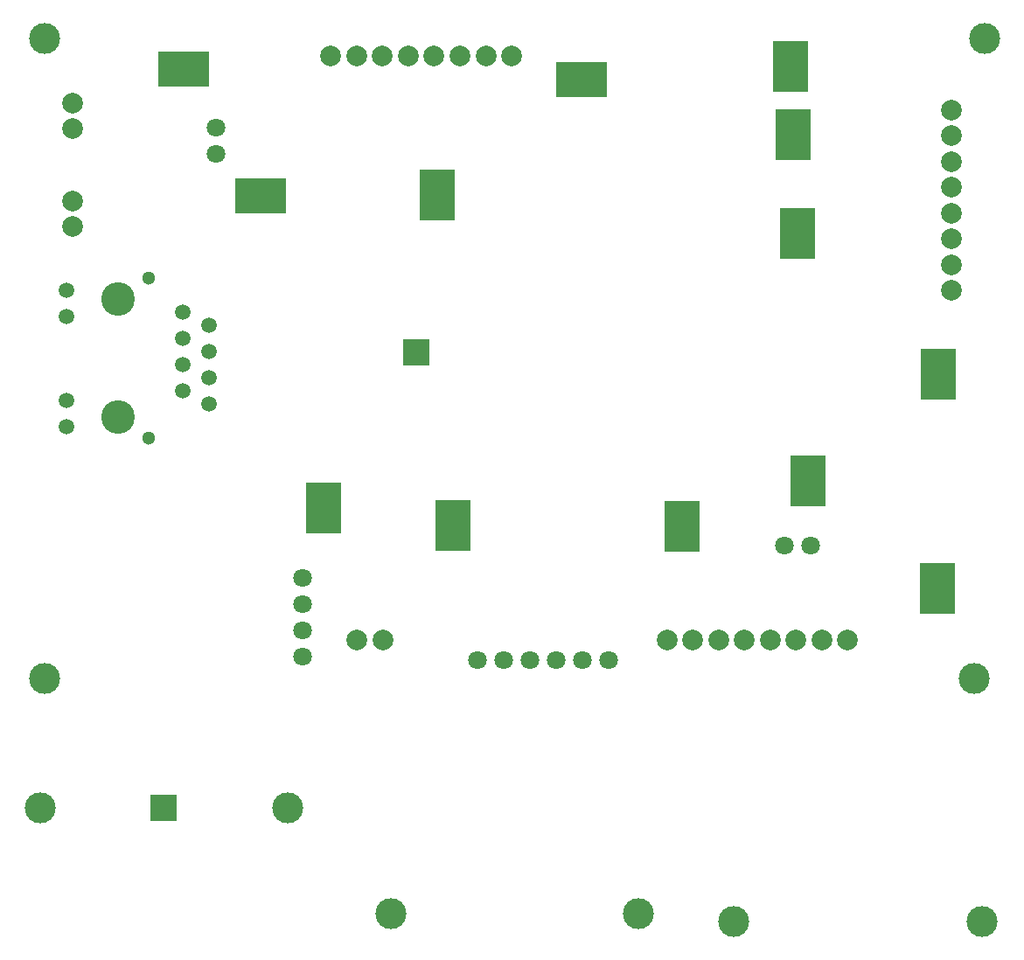
<source format=gbs>
G04 #@! TF.FileFunction,Soldermask,Bot*
%FSLAX46Y46*%
G04 Gerber Fmt 4.6, Leading zero omitted, Abs format (unit mm)*
G04 Created by KiCad (PCBNEW 4.0.6-e0-6349~53~ubuntu16.04.1) date Sat Aug  5 15:09:54 2017*
%MOMM*%
%LPD*%
G01*
G04 APERTURE LIST*
%ADD10C,0.150000*%
%ADD11C,2.000000*%
%ADD12C,3.000000*%
%ADD13C,1.800000*%
%ADD14R,2.499360X2.499360*%
%ADD15C,1.500000*%
%ADD16C,3.250000*%
%ADD17C,1.300000*%
%ADD18R,3.000000X3.000000*%
%ADD19C,0.300000*%
%ADD20R,3.400000X5.000000*%
%ADD21R,5.000000X3.400000*%
G04 APERTURE END LIST*
D10*
D11*
X128725000Y-60725000D03*
X131225000Y-60725000D03*
X121225000Y-60725000D03*
X118725000Y-60725000D03*
X123725000Y-60725000D03*
X126225000Y-60725000D03*
X136225000Y-60725000D03*
X133725000Y-60725000D03*
D12*
X91000000Y-121000000D03*
X91000000Y-59000000D03*
X181000000Y-121000000D03*
X182000000Y-59000000D03*
D13*
X143089680Y-119200000D03*
X145629680Y-119200000D03*
X132950000Y-119200000D03*
X135490000Y-119200000D03*
X140559840Y-119200000D03*
X138019840Y-119200000D03*
D11*
X178800000Y-75950000D03*
X178800000Y-78450000D03*
X178800000Y-68450000D03*
X178800000Y-65950000D03*
X178800000Y-70950000D03*
X178800000Y-73450000D03*
X178800000Y-83450000D03*
X178800000Y-80950000D03*
X158750000Y-117300000D03*
X156250000Y-117300000D03*
X166250000Y-117300000D03*
X168750000Y-117300000D03*
X163750000Y-117300000D03*
X161250000Y-117300000D03*
X151250000Y-117300000D03*
X153750000Y-117300000D03*
D14*
X127010000Y-89430000D03*
D15*
X93100000Y-83375000D03*
X93100000Y-85915000D03*
X93100000Y-94085000D03*
X93100000Y-96625000D03*
X104350000Y-85560000D03*
X104350000Y-90630000D03*
X104350000Y-88100000D03*
X104350000Y-93170000D03*
X106890000Y-86820000D03*
X106890000Y-91900000D03*
X106890000Y-89360000D03*
D16*
X98132080Y-95715000D03*
X98132080Y-84285000D03*
D17*
X101050000Y-82255000D03*
X101050000Y-97745000D03*
D15*
X106890000Y-94440000D03*
D13*
X116000000Y-118850000D03*
X116000000Y-116310000D03*
X116000000Y-111240160D03*
X116000000Y-113780160D03*
X107575000Y-70234840D03*
X107575000Y-67694840D03*
D11*
X93700000Y-77250000D03*
X93700000Y-74750000D03*
X93700000Y-67750000D03*
X93700000Y-65250000D03*
X123750000Y-117300000D03*
X121250000Y-117300000D03*
D13*
X165209840Y-108100000D03*
X162669840Y-108100000D03*
D14*
X102550000Y-133550000D03*
D12*
X114550000Y-133550000D03*
X90550000Y-133550000D03*
X124500000Y-143800000D03*
X148500000Y-143800000D03*
X157750000Y-144550000D03*
X181750000Y-144550000D03*
D18*
X118000000Y-104500000D03*
D19*
X118000000Y-102300000D03*
X119100000Y-102300000D03*
X116900000Y-102300000D03*
X116900000Y-106700000D03*
X119100000Y-106700000D03*
X118000000Y-106700000D03*
X118000000Y-105600000D03*
X119100000Y-105600000D03*
X116900000Y-105600000D03*
X116900000Y-103400000D03*
X119100000Y-103400000D03*
X118000000Y-103400000D03*
D20*
X118000000Y-104500000D03*
D19*
X118000000Y-104500000D03*
X119100000Y-104500000D03*
X116900000Y-104500000D03*
D18*
X130525000Y-106175000D03*
D19*
X130525000Y-103975000D03*
X131625000Y-103975000D03*
X129425000Y-103975000D03*
X129425000Y-108375000D03*
X131625000Y-108375000D03*
X130525000Y-108375000D03*
X130525000Y-107275000D03*
X131625000Y-107275000D03*
X129425000Y-107275000D03*
X129425000Y-105075000D03*
X131625000Y-105075000D03*
X130525000Y-105075000D03*
D20*
X130525000Y-106175000D03*
D19*
X130525000Y-106175000D03*
X131625000Y-106175000D03*
X129425000Y-106175000D03*
D18*
X152750000Y-106270000D03*
D19*
X152750000Y-104070000D03*
X153850000Y-104070000D03*
X151650000Y-104070000D03*
X151650000Y-108470000D03*
X153850000Y-108470000D03*
X152750000Y-108470000D03*
X152750000Y-107370000D03*
X153850000Y-107370000D03*
X151650000Y-107370000D03*
X151650000Y-105170000D03*
X153850000Y-105170000D03*
X152750000Y-105170000D03*
D20*
X152750000Y-106270000D03*
D19*
X152750000Y-106270000D03*
X153850000Y-106270000D03*
X151650000Y-106270000D03*
D18*
X164900000Y-101880000D03*
D19*
X164900000Y-99680000D03*
X166000000Y-99680000D03*
X163800000Y-99680000D03*
X163800000Y-104080000D03*
X166000000Y-104080000D03*
X164900000Y-104080000D03*
X164900000Y-102980000D03*
X166000000Y-102980000D03*
X163800000Y-102980000D03*
X163800000Y-100780000D03*
X166000000Y-100780000D03*
X164900000Y-100780000D03*
D20*
X164900000Y-101880000D03*
D19*
X164900000Y-101880000D03*
X166000000Y-101880000D03*
X163800000Y-101880000D03*
D18*
X177450000Y-112290000D03*
D19*
X177450000Y-110090000D03*
X178550000Y-110090000D03*
X176350000Y-110090000D03*
X176350000Y-114490000D03*
X178550000Y-114490000D03*
X177450000Y-114490000D03*
X177450000Y-113390000D03*
X178550000Y-113390000D03*
X176350000Y-113390000D03*
X176350000Y-111190000D03*
X178550000Y-111190000D03*
X177450000Y-111190000D03*
D20*
X177450000Y-112290000D03*
D19*
X177450000Y-112290000D03*
X178550000Y-112290000D03*
X176350000Y-112290000D03*
D18*
X177500000Y-91550000D03*
D19*
X177500000Y-93750000D03*
X176400000Y-93750000D03*
X178600000Y-93750000D03*
X178600000Y-89350000D03*
X176400000Y-89350000D03*
X177500000Y-89350000D03*
X177500000Y-90450000D03*
X176400000Y-90450000D03*
X178600000Y-90450000D03*
X178600000Y-92650000D03*
X176400000Y-92650000D03*
X177500000Y-92650000D03*
D20*
X177500000Y-91550000D03*
D19*
X177500000Y-91550000D03*
X176400000Y-91550000D03*
X178600000Y-91550000D03*
D18*
X163900000Y-77900000D03*
D19*
X163900000Y-75700000D03*
X165000000Y-75700000D03*
X162800000Y-75700000D03*
X162800000Y-80100000D03*
X165000000Y-80100000D03*
X163900000Y-80100000D03*
X163900000Y-79000000D03*
X165000000Y-79000000D03*
X162800000Y-79000000D03*
X162800000Y-76800000D03*
X165000000Y-76800000D03*
X163900000Y-76800000D03*
D20*
X163900000Y-77900000D03*
D19*
X163900000Y-77900000D03*
X165000000Y-77900000D03*
X162800000Y-77900000D03*
D18*
X163475000Y-68350000D03*
D19*
X163475000Y-66150000D03*
X164575000Y-66150000D03*
X162375000Y-66150000D03*
X162375000Y-70550000D03*
X164575000Y-70550000D03*
X163475000Y-70550000D03*
X163475000Y-69450000D03*
X164575000Y-69450000D03*
X162375000Y-69450000D03*
X162375000Y-67250000D03*
X164575000Y-67250000D03*
X163475000Y-67250000D03*
D20*
X163475000Y-68350000D03*
D19*
X163475000Y-68350000D03*
X164575000Y-68350000D03*
X162375000Y-68350000D03*
D18*
X163200000Y-61700000D03*
D19*
X163200000Y-59500000D03*
X164300000Y-59500000D03*
X162100000Y-59500000D03*
X162100000Y-63900000D03*
X164300000Y-63900000D03*
X163200000Y-63900000D03*
X163200000Y-62800000D03*
X164300000Y-62800000D03*
X162100000Y-62800000D03*
X162100000Y-60600000D03*
X164300000Y-60600000D03*
X163200000Y-60600000D03*
D20*
X163200000Y-61700000D03*
D19*
X163200000Y-61700000D03*
X164300000Y-61700000D03*
X162100000Y-61700000D03*
D18*
X143000000Y-63000000D03*
D19*
X145200000Y-63000000D03*
X145200000Y-64100000D03*
X145200000Y-61900000D03*
X140800000Y-61900000D03*
X140800000Y-64100000D03*
X140800000Y-63000000D03*
X141900000Y-63000000D03*
X141900000Y-64100000D03*
X141900000Y-61900000D03*
X144100000Y-61900000D03*
X144100000Y-64100000D03*
X144100000Y-63000000D03*
D21*
X143000000Y-63000000D03*
D19*
X143000000Y-63000000D03*
X143000000Y-64100000D03*
X143000000Y-61900000D03*
D18*
X129025000Y-74150000D03*
D19*
X129025000Y-76350000D03*
X127925000Y-76350000D03*
X130125000Y-76350000D03*
X130125000Y-71950000D03*
X127925000Y-71950000D03*
X129025000Y-71950000D03*
X129025000Y-73050000D03*
X127925000Y-73050000D03*
X130125000Y-73050000D03*
X130125000Y-75250000D03*
X127925000Y-75250000D03*
X129025000Y-75250000D03*
D20*
X129025000Y-74150000D03*
D19*
X129025000Y-74150000D03*
X127925000Y-74150000D03*
X130125000Y-74150000D03*
D18*
X111900000Y-74300000D03*
D19*
X109700000Y-74300000D03*
X109700000Y-73200000D03*
X109700000Y-75400000D03*
X114100000Y-75400000D03*
X114100000Y-73200000D03*
X114100000Y-74300000D03*
X113000000Y-74300000D03*
X113000000Y-73200000D03*
X113000000Y-75400000D03*
X110800000Y-75400000D03*
X110800000Y-73200000D03*
X110800000Y-74300000D03*
D21*
X111900000Y-74300000D03*
D19*
X111900000Y-74300000D03*
X111900000Y-73200000D03*
X111900000Y-75400000D03*
D18*
X104500000Y-62000000D03*
D19*
X102300000Y-62000000D03*
X102300000Y-60900000D03*
X102300000Y-63100000D03*
X106700000Y-63100000D03*
X106700000Y-60900000D03*
X106700000Y-62000000D03*
X105600000Y-62000000D03*
X105600000Y-60900000D03*
X105600000Y-63100000D03*
X103400000Y-63100000D03*
X103400000Y-60900000D03*
X103400000Y-62000000D03*
D21*
X104500000Y-62000000D03*
D19*
X104500000Y-62000000D03*
X104500000Y-60900000D03*
X104500000Y-63100000D03*
M02*

</source>
